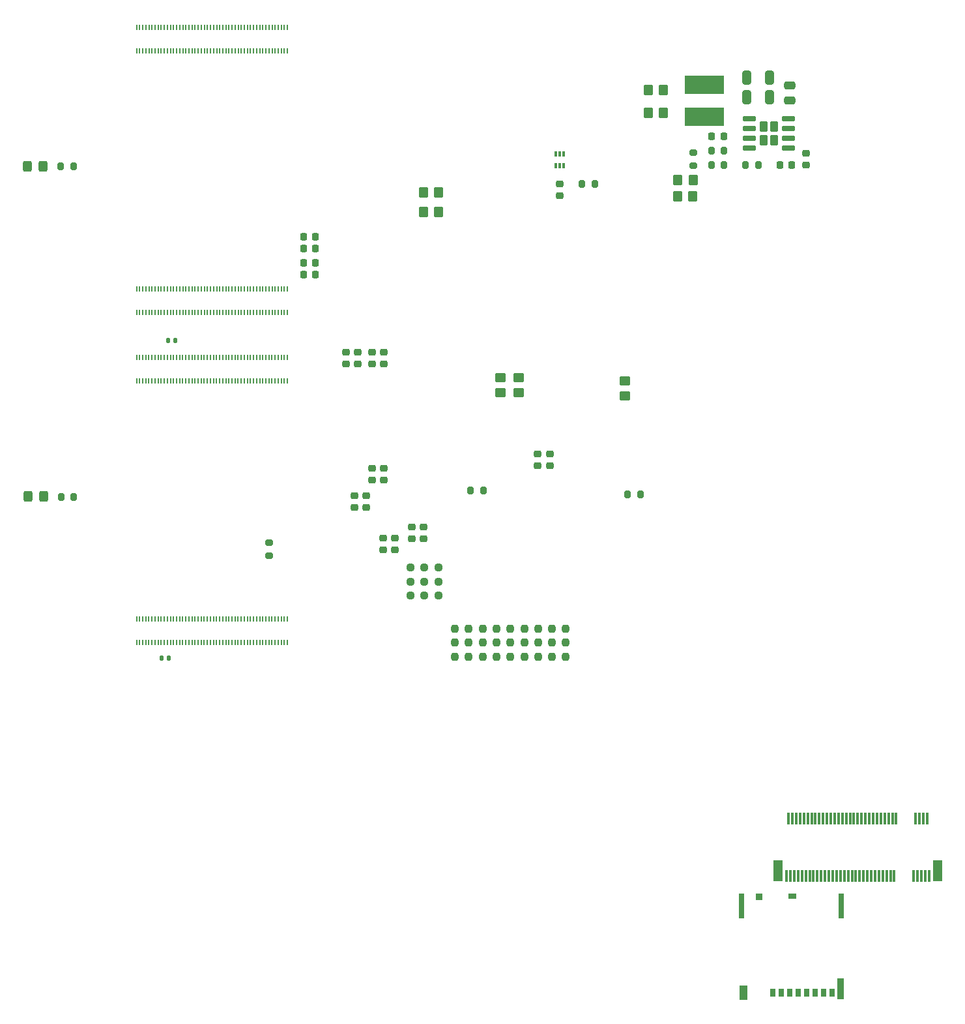
<source format=gbp>
%TF.GenerationSoftware,KiCad,Pcbnew,7.0.2-6a45011f42~172~ubuntu22.04.1*%
%TF.CreationDate,2023-04-24T13:24:36-07:00*%
%TF.ProjectId,Hepta-Pi_1.1,48657074-612d-4506-995f-312e312e6b69,2.1*%
%TF.SameCoordinates,PX37cf1c0PY1ad88f0*%
%TF.FileFunction,Paste,Bot*%
%TF.FilePolarity,Positive*%
%FSLAX46Y46*%
G04 Gerber Fmt 4.6, Leading zero omitted, Abs format (unit mm)*
G04 Created by KiCad (PCBNEW 7.0.2-6a45011f42~172~ubuntu22.04.1) date 2023-04-24 13:24:36*
%MOMM*%
%LPD*%
G01*
G04 APERTURE LIST*
G04 Aperture macros list*
%AMRoundRect*
0 Rectangle with rounded corners*
0 $1 Rounding radius*
0 $2 $3 $4 $5 $6 $7 $8 $9 X,Y pos of 4 corners*
0 Add a 4 corners polygon primitive as box body*
4,1,4,$2,$3,$4,$5,$6,$7,$8,$9,$2,$3,0*
0 Add four circle primitives for the rounded corners*
1,1,$1+$1,$2,$3*
1,1,$1+$1,$4,$5*
1,1,$1+$1,$6,$7*
1,1,$1+$1,$8,$9*
0 Add four rect primitives between the rounded corners*
20,1,$1+$1,$2,$3,$4,$5,0*
20,1,$1+$1,$4,$5,$6,$7,0*
20,1,$1+$1,$6,$7,$8,$9,0*
20,1,$1+$1,$8,$9,$2,$3,0*%
G04 Aperture macros list end*
%ADD10RoundRect,0.250000X-0.325000X-0.650000X0.325000X-0.650000X0.325000X0.650000X-0.325000X0.650000X0*%
%ADD11RoundRect,0.225000X-0.250000X0.225000X-0.250000X-0.225000X0.250000X-0.225000X0.250000X0.225000X0*%
%ADD12RoundRect,0.237500X-0.237500X0.250000X-0.237500X-0.250000X0.237500X-0.250000X0.237500X0.250000X0*%
%ADD13RoundRect,0.250000X-0.450000X0.350000X-0.450000X-0.350000X0.450000X-0.350000X0.450000X0.350000X0*%
%ADD14RoundRect,0.250000X-0.350000X-0.450000X0.350000X-0.450000X0.350000X0.450000X-0.350000X0.450000X0*%
%ADD15R,0.340000X0.700000*%
%ADD16RoundRect,0.250000X0.350000X0.450000X-0.350000X0.450000X-0.350000X-0.450000X0.350000X-0.450000X0*%
%ADD17RoundRect,0.250000X0.325000X0.450000X-0.325000X0.450000X-0.325000X-0.450000X0.325000X-0.450000X0*%
%ADD18RoundRect,0.237500X0.250000X0.237500X-0.250000X0.237500X-0.250000X-0.237500X0.250000X-0.237500X0*%
%ADD19RoundRect,0.225000X0.250000X-0.225000X0.250000X0.225000X-0.250000X0.225000X-0.250000X-0.225000X0*%
%ADD20RoundRect,0.140000X-0.140000X-0.170000X0.140000X-0.170000X0.140000X0.170000X-0.140000X0.170000X0*%
%ADD21RoundRect,0.200000X0.200000X0.275000X-0.200000X0.275000X-0.200000X-0.275000X0.200000X-0.275000X0*%
%ADD22RoundRect,0.250000X0.475000X-0.250000X0.475000X0.250000X-0.475000X0.250000X-0.475000X-0.250000X0*%
%ADD23R,0.700000X1.100000*%
%ADD24R,0.900000X0.930000*%
%ADD25R,1.050000X0.780000*%
%ADD26R,0.700000X3.330000*%
%ADD27R,1.140000X1.830000*%
%ADD28R,0.860000X2.800000*%
%ADD29RoundRect,0.225000X0.225000X0.250000X-0.225000X0.250000X-0.225000X-0.250000X0.225000X-0.250000X0*%
%ADD30R,0.200000X0.700000*%
%ADD31R,5.100000X2.350000*%
%ADD32RoundRect,0.250000X0.295000X0.435000X-0.295000X0.435000X-0.295000X-0.435000X0.295000X-0.435000X0*%
%ADD33RoundRect,0.150000X0.737500X0.150000X-0.737500X0.150000X-0.737500X-0.150000X0.737500X-0.150000X0*%
%ADD34RoundRect,0.200000X-0.200000X-0.275000X0.200000X-0.275000X0.200000X0.275000X-0.200000X0.275000X0*%
%ADD35R,0.300000X1.550000*%
%ADD36R,1.200000X2.750000*%
%ADD37RoundRect,0.225000X-0.225000X-0.250000X0.225000X-0.250000X0.225000X0.250000X-0.225000X0.250000X0*%
%ADD38RoundRect,0.200000X-0.275000X0.200000X-0.275000X-0.200000X0.275000X-0.200000X0.275000X0.200000X0*%
G04 APERTURE END LIST*
D10*
%TO.C,C135*%
X99490000Y-29155000D03*
X102440000Y-29155000D03*
%TD*%
D11*
%TO.C,C155*%
X57470000Y-87445000D03*
X57470000Y-88995000D03*
%TD*%
D12*
%TO.C,R127*%
X61540000Y-100657500D03*
X61540000Y-102482500D03*
%TD*%
D13*
%TO.C,R108*%
X69830000Y-68050000D03*
X69830000Y-70050000D03*
%TD*%
D14*
%TO.C,R106*%
X90490000Y-44560000D03*
X92490000Y-44560000D03*
%TD*%
D15*
%TO.C,U34*%
X74645000Y-39050000D03*
X75145000Y-39050000D03*
X75645000Y-39050000D03*
X75645000Y-40550000D03*
X75145000Y-40550000D03*
X74645000Y-40550000D03*
%TD*%
D14*
%TO.C,R104*%
X90500000Y-42420000D03*
X92500000Y-42420000D03*
%TD*%
D16*
%TO.C,R97*%
X88680000Y-30730000D03*
X86680000Y-30730000D03*
%TD*%
%TO.C,R107*%
X59470000Y-46520000D03*
X57470000Y-46520000D03*
%TD*%
%TO.C,R98*%
X88670000Y-33650000D03*
X86670000Y-33650000D03*
%TD*%
D17*
%TO.C,D13*%
X8132499Y-83490000D03*
X6082499Y-83490000D03*
%TD*%
D18*
%TO.C,R116*%
X57597500Y-94550000D03*
X55772500Y-94550000D03*
%TD*%
D12*
%TO.C,R123*%
X68760000Y-100657500D03*
X68760000Y-102482500D03*
%TD*%
D19*
%TO.C,C150*%
X47370002Y-66310000D03*
X47370002Y-64760000D03*
%TD*%
D18*
%TO.C,R117*%
X59422500Y-96350000D03*
X57597500Y-96350000D03*
%TD*%
D19*
%TO.C,C139*%
X107210000Y-40485000D03*
X107210000Y-38935000D03*
%TD*%
D20*
%TO.C,C146*%
X24260000Y-63270000D03*
X25220000Y-63270000D03*
%TD*%
D19*
%TO.C,C148*%
X50810001Y-66320000D03*
X50810001Y-64770000D03*
%TD*%
D12*
%TO.C,R119*%
X75970000Y-100657500D03*
X75970000Y-102482500D03*
%TD*%
D21*
%TO.C,R111*%
X12035000Y-83560000D03*
X10385000Y-83560000D03*
%TD*%
D22*
%TO.C,C136*%
X105060000Y-32045000D03*
X105060000Y-30145000D03*
%TD*%
D10*
%TO.C,C137*%
X99490000Y-31645000D03*
X102440000Y-31645000D03*
%TD*%
D13*
%TO.C,R110*%
X83670000Y-68450000D03*
X83670000Y-70450000D03*
%TD*%
D12*
%TO.C,R132*%
X68760000Y-102477500D03*
X68760000Y-104302500D03*
%TD*%
D23*
%TO.C,J30*%
X102900000Y-147905000D03*
X104000000Y-147905000D03*
X105100000Y-147905000D03*
X106200000Y-147905000D03*
X107300000Y-147905000D03*
X108400000Y-147905000D03*
X109500000Y-147905000D03*
X110600000Y-147905000D03*
D24*
X101110000Y-135440000D03*
D25*
X105375000Y-135365000D03*
D26*
X98800000Y-136640000D03*
D27*
X99020000Y-147890000D03*
D28*
X111680000Y-147405000D03*
D26*
X111760000Y-136640000D03*
%TD*%
D29*
%TO.C,C145*%
X43435000Y-54730000D03*
X41885000Y-54730000D03*
%TD*%
D30*
%TO.C,ZZ14*%
X39790000Y-102460000D03*
X39790000Y-99380000D03*
X39390000Y-102460000D03*
X39390000Y-99380000D03*
X38990000Y-102460000D03*
X38990000Y-99380000D03*
X38590000Y-102460000D03*
X38590000Y-99380000D03*
X38190000Y-102460000D03*
X38190000Y-99380000D03*
X37790000Y-102460000D03*
X37790000Y-99380000D03*
X37390000Y-102460000D03*
X37390000Y-99380000D03*
X36990000Y-102460000D03*
X36990000Y-99380000D03*
X36590000Y-102460000D03*
X36590000Y-99380000D03*
X36190000Y-102460000D03*
X36190000Y-99380000D03*
X35790000Y-102460000D03*
X35790000Y-99380000D03*
X35390000Y-102460000D03*
X35390000Y-99380000D03*
X34990000Y-102460000D03*
X34990000Y-99380000D03*
X34590000Y-102460000D03*
X34590000Y-99380000D03*
X34190000Y-102460000D03*
X34190000Y-99380000D03*
X33790000Y-102460000D03*
X33790000Y-99380000D03*
X33390000Y-102460000D03*
X33390000Y-99380000D03*
X32990000Y-102460000D03*
X32990000Y-99380000D03*
X32590000Y-102460000D03*
X32590000Y-99380000D03*
X32190000Y-102460000D03*
X32190000Y-99380000D03*
X31790000Y-102460000D03*
X31790000Y-99380000D03*
X31390000Y-102460000D03*
X31390000Y-99380000D03*
X30990000Y-102460000D03*
X30990000Y-99380000D03*
X30590000Y-102460000D03*
X30590000Y-99380000D03*
X30190000Y-102460000D03*
X30190000Y-99380000D03*
X29790000Y-102460000D03*
X29790000Y-99380000D03*
X29390000Y-102460000D03*
X29390000Y-99380000D03*
X28990000Y-102460000D03*
X28990000Y-99380000D03*
X28590000Y-102460000D03*
X28590000Y-99380000D03*
X28190000Y-102460000D03*
X28190000Y-99380000D03*
X27790000Y-102460000D03*
X27790000Y-99380000D03*
X27390000Y-102460000D03*
X27390000Y-99380000D03*
X26990000Y-102460000D03*
X26990000Y-99380000D03*
X26590000Y-102460000D03*
X26590000Y-99380000D03*
X26190000Y-102460000D03*
X26190000Y-99380000D03*
X25790000Y-102460000D03*
X25790000Y-99380000D03*
X25390000Y-102460000D03*
X25390000Y-99380000D03*
X24990000Y-102460000D03*
X24990000Y-99380000D03*
X24590000Y-102460000D03*
X24590000Y-99380000D03*
X24190000Y-102460000D03*
X24190000Y-99380000D03*
X23790000Y-102460000D03*
X23790000Y-99380000D03*
X23390000Y-102460000D03*
X23390000Y-99380000D03*
X22990000Y-102460000D03*
X22990000Y-99380000D03*
X22590000Y-102460000D03*
X22590000Y-99380000D03*
X22190000Y-102460000D03*
X22190000Y-99380000D03*
X21790000Y-102460000D03*
X21790000Y-99380000D03*
X21390000Y-102460000D03*
X21390000Y-99380000D03*
X20990000Y-102460000D03*
X20990000Y-99380000D03*
X20590000Y-102460000D03*
X20590000Y-99380000D03*
X20190000Y-102460000D03*
X20190000Y-99380000D03*
%TD*%
D11*
%TO.C,C152*%
X50780000Y-79835000D03*
X50780000Y-81385000D03*
%TD*%
D12*
%TO.C,R134*%
X65155000Y-102477500D03*
X65155000Y-104302500D03*
%TD*%
D30*
%TO.C,ZZ12*%
X39800000Y-59610000D03*
X39800000Y-56530000D03*
X39400000Y-59610000D03*
X39400000Y-56530000D03*
X39000000Y-59610000D03*
X39000000Y-56530000D03*
X38600000Y-59610000D03*
X38600000Y-56530000D03*
X38200000Y-59610000D03*
X38200000Y-56530000D03*
X37800000Y-59610000D03*
X37800000Y-56530000D03*
X37400000Y-59610000D03*
X37400000Y-56530000D03*
X37000000Y-59610000D03*
X37000000Y-56530000D03*
X36600000Y-59610000D03*
X36600000Y-56530000D03*
X36200000Y-59610000D03*
X36200000Y-56530000D03*
X35800000Y-59610000D03*
X35800000Y-56530000D03*
X35400000Y-59610000D03*
X35400000Y-56530000D03*
X35000000Y-59610000D03*
X35000000Y-56530000D03*
X34600000Y-59610000D03*
X34600000Y-56530000D03*
X34200000Y-59610000D03*
X34200000Y-56530000D03*
X33800000Y-59610000D03*
X33800000Y-56530000D03*
X33400000Y-59610000D03*
X33400000Y-56530000D03*
X33000000Y-59610000D03*
X33000000Y-56530000D03*
X32600000Y-59610000D03*
X32600000Y-56530000D03*
X32200000Y-59610000D03*
X32200000Y-56530000D03*
X31800000Y-59610000D03*
X31800000Y-56530000D03*
X31400000Y-59610000D03*
X31400000Y-56530000D03*
X31000000Y-59610000D03*
X31000000Y-56530000D03*
X30600000Y-59610000D03*
X30600000Y-56530000D03*
X30200000Y-59610000D03*
X30200000Y-56530000D03*
X29800000Y-59610000D03*
X29800000Y-56530000D03*
X29400000Y-59610000D03*
X29400000Y-56530000D03*
X29000000Y-59610000D03*
X29000000Y-56530000D03*
X28600000Y-59610000D03*
X28600000Y-56530000D03*
X28200000Y-59610000D03*
X28200000Y-56530000D03*
X27800000Y-59610000D03*
X27800000Y-56530000D03*
X27400000Y-59610000D03*
X27400000Y-56530000D03*
X27000000Y-59610000D03*
X27000000Y-56530000D03*
X26600000Y-59610000D03*
X26600000Y-56530000D03*
X26200000Y-59610000D03*
X26200000Y-56530000D03*
X25800000Y-59610000D03*
X25800000Y-56530000D03*
X25400000Y-59610000D03*
X25400000Y-56530000D03*
X25000000Y-59610000D03*
X25000000Y-56530000D03*
X24600000Y-59610000D03*
X24600000Y-56530000D03*
X24200000Y-59610000D03*
X24200000Y-56530000D03*
X23800000Y-59610000D03*
X23800000Y-56530000D03*
X23400000Y-59610000D03*
X23400000Y-56530000D03*
X23000000Y-59610000D03*
X23000000Y-56530000D03*
X22600000Y-59610000D03*
X22600000Y-56530000D03*
X22200000Y-59610000D03*
X22200000Y-56530000D03*
X21800000Y-59610000D03*
X21800000Y-56530000D03*
X21400000Y-59610000D03*
X21400000Y-56530000D03*
X21000000Y-59610000D03*
X21000000Y-56530000D03*
X20600000Y-59610000D03*
X20600000Y-56530000D03*
X20200000Y-59610000D03*
X20200000Y-56530000D03*
%TD*%
D11*
%TO.C,C151*%
X52309999Y-79835000D03*
X52309999Y-81385000D03*
%TD*%
D12*
%TO.C,R120*%
X74167500Y-100657500D03*
X74167500Y-102482500D03*
%TD*%
D13*
%TO.C,R109*%
X67450000Y-68050000D03*
X67450000Y-70050000D03*
%TD*%
D21*
%TO.C,R103*%
X12008097Y-40610000D03*
X10358097Y-40610000D03*
%TD*%
D12*
%TO.C,R124*%
X66957500Y-100657500D03*
X66957500Y-102482500D03*
%TD*%
D31*
%TO.C,L5*%
X93950000Y-34215000D03*
X93950000Y-30065000D03*
%TD*%
D12*
%TO.C,R122*%
X70562500Y-100657500D03*
X70562500Y-102482500D03*
%TD*%
%TO.C,R136*%
X61540000Y-102477500D03*
X61540000Y-104302500D03*
%TD*%
D29*
%TO.C,C142*%
X43435000Y-49800001D03*
X41885000Y-49800001D03*
%TD*%
D11*
%TO.C,C156*%
X55940001Y-87445000D03*
X55940001Y-88995000D03*
%TD*%
D12*
%TO.C,R135*%
X63360001Y-102477500D03*
X63360001Y-104302500D03*
%TD*%
D29*
%TO.C,C144*%
X43435000Y-53190000D03*
X41885000Y-53190000D03*
%TD*%
D21*
%TO.C,FB1*%
X79735000Y-42930000D03*
X78085000Y-42930000D03*
%TD*%
D32*
%TO.C,U33*%
X103040000Y-37205000D03*
X103040000Y-35505000D03*
X101680000Y-37205000D03*
X101680000Y-35505000D03*
D33*
X104922500Y-34450000D03*
X104922500Y-35720000D03*
X104922500Y-36990000D03*
X104922500Y-38260000D03*
X99797500Y-38260000D03*
X99797500Y-36990000D03*
X99797500Y-35720000D03*
X99797500Y-34450000D03*
%TD*%
D21*
%TO.C,R99*%
X96530000Y-38615000D03*
X94880000Y-38615000D03*
%TD*%
D18*
%TO.C,R114*%
X57597500Y-92690000D03*
X55772500Y-92690000D03*
%TD*%
D12*
%TO.C,R125*%
X65155000Y-100657500D03*
X65155000Y-102482500D03*
%TD*%
D11*
%TO.C,C158*%
X52220000Y-88855000D03*
X52220000Y-90405000D03*
%TD*%
%TO.C,C141*%
X75140000Y-42905000D03*
X75140000Y-44455000D03*
%TD*%
D34*
%TO.C,R101*%
X99320000Y-40465000D03*
X100970000Y-40465000D03*
%TD*%
D20*
%TO.C,C159*%
X23420000Y-104450000D03*
X24380000Y-104450000D03*
%TD*%
D30*
%TO.C,ZZ13*%
X39790000Y-68500000D03*
X39790000Y-65420000D03*
X39390000Y-68500000D03*
X39390000Y-65420000D03*
X38990000Y-68500000D03*
X38990000Y-65420000D03*
X38590000Y-68500000D03*
X38590000Y-65420000D03*
X38190000Y-68500000D03*
X38190000Y-65420000D03*
X37790000Y-68500000D03*
X37790000Y-65420000D03*
X37390000Y-68500000D03*
X37390000Y-65420000D03*
X36990000Y-68500000D03*
X36990000Y-65420000D03*
X36590000Y-68500000D03*
X36590000Y-65420000D03*
X36190000Y-68500000D03*
X36190000Y-65420000D03*
X35790000Y-68500000D03*
X35790000Y-65420000D03*
X35390000Y-68500000D03*
X35390000Y-65420000D03*
X34990000Y-68500000D03*
X34990000Y-65420000D03*
X34590000Y-68500000D03*
X34590000Y-65420000D03*
X34190000Y-68500000D03*
X34190000Y-65420000D03*
X33790000Y-68500000D03*
X33790000Y-65420000D03*
X33390000Y-68500000D03*
X33390000Y-65420000D03*
X32990000Y-68500000D03*
X32990000Y-65420000D03*
X32590000Y-68500000D03*
X32590000Y-65420000D03*
X32190000Y-68500000D03*
X32190000Y-65420000D03*
X31790000Y-68500000D03*
X31790000Y-65420000D03*
X31390000Y-68500000D03*
X31390000Y-65420000D03*
X30990000Y-68500000D03*
X30990000Y-65420000D03*
X30590000Y-68500000D03*
X30590000Y-65420000D03*
X30190000Y-68500000D03*
X30190000Y-65420000D03*
X29790000Y-68500000D03*
X29790000Y-65420000D03*
X29390000Y-68500000D03*
X29390000Y-65420000D03*
X28990000Y-68500000D03*
X28990000Y-65420000D03*
X28590000Y-68500000D03*
X28590000Y-65420000D03*
X28190000Y-68500000D03*
X28190000Y-65420000D03*
X27790000Y-68500000D03*
X27790000Y-65420000D03*
X27390000Y-68500000D03*
X27390000Y-65420000D03*
X26990000Y-68500000D03*
X26990000Y-65420000D03*
X26590000Y-68500000D03*
X26590000Y-65420000D03*
X26190000Y-68500000D03*
X26190000Y-65420000D03*
X25790000Y-68500000D03*
X25790000Y-65420000D03*
X25390000Y-68500000D03*
X25390000Y-65420000D03*
X24990000Y-68500000D03*
X24990000Y-65420000D03*
X24590000Y-68500000D03*
X24590000Y-65420000D03*
X24190000Y-68500000D03*
X24190000Y-65420000D03*
X23790000Y-68500000D03*
X23790000Y-65420000D03*
X23390000Y-68500000D03*
X23390000Y-65420000D03*
X22990000Y-68500000D03*
X22990000Y-65420000D03*
X22590000Y-68500000D03*
X22590000Y-65420000D03*
X22190000Y-68500000D03*
X22190000Y-65420000D03*
X21790000Y-68500000D03*
X21790000Y-65420000D03*
X21390000Y-68500000D03*
X21390000Y-65420000D03*
X20990000Y-68500000D03*
X20990000Y-65420000D03*
X20590000Y-68500000D03*
X20590000Y-65420000D03*
X20190000Y-68500000D03*
X20190000Y-65420000D03*
%TD*%
D12*
%TO.C,R121*%
X72365000Y-100657500D03*
X72365000Y-102482500D03*
%TD*%
D18*
%TO.C,R118*%
X57597500Y-96350000D03*
X55772500Y-96350000D03*
%TD*%
D12*
%TO.C,R126*%
X63360000Y-100657500D03*
X63360000Y-102482500D03*
%TD*%
D19*
%TO.C,C149*%
X48900001Y-66310000D03*
X48900001Y-64760000D03*
%TD*%
D29*
%TO.C,C143*%
X43435000Y-51330000D03*
X41885000Y-51330000D03*
%TD*%
D30*
%TO.C,ZZ11*%
X39800000Y-25650000D03*
X39800000Y-22570000D03*
X39400000Y-25650000D03*
X39400000Y-22570000D03*
X39000000Y-25650000D03*
X39000000Y-22570000D03*
X38600000Y-25650000D03*
X38600000Y-22570000D03*
X38200000Y-25650000D03*
X38200000Y-22570000D03*
X37800000Y-25650000D03*
X37800000Y-22570000D03*
X37400000Y-25650000D03*
X37400000Y-22570000D03*
X37000000Y-25650000D03*
X37000000Y-22570000D03*
X36600000Y-25650000D03*
X36600000Y-22570000D03*
X36200000Y-25650000D03*
X36200000Y-22570000D03*
X35800000Y-25650000D03*
X35800000Y-22570000D03*
X35400000Y-25650000D03*
X35400000Y-22570000D03*
X35000000Y-25650000D03*
X35000000Y-22570000D03*
X34600000Y-25650000D03*
X34600000Y-22570000D03*
X34200000Y-25650000D03*
X34200000Y-22570000D03*
X33800000Y-25650000D03*
X33800000Y-22570000D03*
X33400000Y-25650000D03*
X33400000Y-22570000D03*
X33000000Y-25650000D03*
X33000000Y-22570000D03*
X32600000Y-25650000D03*
X32600000Y-22570000D03*
X32200000Y-25650000D03*
X32200000Y-22570000D03*
X31800000Y-25650000D03*
X31800000Y-22570000D03*
X31400000Y-25650000D03*
X31400000Y-22570000D03*
X31000000Y-25650000D03*
X31000000Y-22570000D03*
X30600000Y-25650000D03*
X30600000Y-22570000D03*
X30200000Y-25650000D03*
X30200000Y-22570000D03*
X29800000Y-25650000D03*
X29800000Y-22570000D03*
X29400000Y-25650000D03*
X29400000Y-22570000D03*
X29000000Y-25650000D03*
X29000000Y-22570000D03*
X28600000Y-25650000D03*
X28600000Y-22570000D03*
X28200000Y-25650000D03*
X28200000Y-22570000D03*
X27800000Y-25650000D03*
X27800000Y-22570000D03*
X27400000Y-25650000D03*
X27400000Y-22570000D03*
X27000000Y-25650000D03*
X27000000Y-22570000D03*
X26600000Y-25650000D03*
X26600000Y-22570000D03*
X26200000Y-25650000D03*
X26200000Y-22570000D03*
X25800000Y-25650000D03*
X25800000Y-22570000D03*
X25400000Y-25650000D03*
X25400000Y-22570000D03*
X25000000Y-25650000D03*
X25000000Y-22570000D03*
X24600000Y-25650000D03*
X24600000Y-22570000D03*
X24200000Y-25650000D03*
X24200000Y-22570000D03*
X23800000Y-25650000D03*
X23800000Y-22570000D03*
X23400000Y-25650000D03*
X23400000Y-22570000D03*
X23000000Y-25650000D03*
X23000000Y-22570000D03*
X22600000Y-25650000D03*
X22600000Y-22570000D03*
X22200000Y-25650000D03*
X22200000Y-22570000D03*
X21800000Y-25650000D03*
X21800000Y-22570000D03*
X21400000Y-25650000D03*
X21400000Y-22570000D03*
X21000000Y-25650000D03*
X21000000Y-22570000D03*
X20600000Y-25650000D03*
X20600000Y-22570000D03*
X20200000Y-25650000D03*
X20200000Y-22570000D03*
%TD*%
D35*
%TO.C,J29*%
X104650000Y-132785000D03*
X104900000Y-125335000D03*
X105150000Y-132785000D03*
X105400000Y-125335000D03*
X105650000Y-132785000D03*
X105900000Y-125335000D03*
X106150000Y-132785000D03*
X106400000Y-125335000D03*
X106650000Y-132785000D03*
X106900000Y-125335000D03*
X107150000Y-132785000D03*
X107400000Y-125335000D03*
X107650000Y-132785000D03*
X107900000Y-125335000D03*
X108150000Y-132785000D03*
X108400000Y-125335000D03*
X108650000Y-132785000D03*
X108900000Y-125335000D03*
X109150000Y-132785000D03*
X109400000Y-125335000D03*
X109650000Y-132785000D03*
X109900000Y-125335000D03*
X110150000Y-132785000D03*
X110400000Y-125335000D03*
X110650000Y-132785000D03*
X110900000Y-125335000D03*
X111150000Y-132785000D03*
X111400000Y-125335000D03*
X111650000Y-132785000D03*
X111900000Y-125335000D03*
X112150000Y-132785000D03*
X112400000Y-125335000D03*
X112650000Y-132785000D03*
X112900000Y-125335000D03*
X113150000Y-132785000D03*
X113400000Y-125335000D03*
X113650000Y-132785000D03*
X113900000Y-125335000D03*
X114150000Y-132785000D03*
X114400000Y-125335000D03*
X114650000Y-132785000D03*
X114900000Y-125335000D03*
X115150000Y-132785000D03*
X115400000Y-125335000D03*
X115650000Y-132785000D03*
X115900000Y-125335000D03*
X116150000Y-132785000D03*
X116400000Y-125335000D03*
X116650000Y-132785000D03*
X116900000Y-125335000D03*
X117150000Y-132785000D03*
X117400000Y-125335000D03*
X117650000Y-132785000D03*
X117900000Y-125335000D03*
X118150000Y-132785000D03*
X118400000Y-125335000D03*
X118650000Y-132785000D03*
X118900000Y-125335000D03*
X121150000Y-132785000D03*
X121400000Y-125335000D03*
X121650000Y-132785000D03*
X121900000Y-125335000D03*
X122150000Y-132785000D03*
X122400000Y-125335000D03*
X122650000Y-132785000D03*
X122900000Y-125335000D03*
X123150000Y-132785000D03*
D36*
X103550000Y-132060000D03*
X124250000Y-132060000D03*
%TD*%
D19*
%TO.C,C147*%
X52340000Y-66320000D03*
X52340000Y-64770000D03*
%TD*%
%TO.C,C161*%
X73900000Y-79525000D03*
X73900000Y-77975000D03*
%TD*%
D11*
%TO.C,C157*%
X53750000Y-88854999D03*
X53750000Y-90404999D03*
%TD*%
D34*
%TO.C,FB2*%
X84005000Y-83250000D03*
X85655000Y-83250000D03*
%TD*%
D12*
%TO.C,R128*%
X75970000Y-102477500D03*
X75970000Y-104302500D03*
%TD*%
D37*
%TO.C,C138*%
X94930000Y-36765000D03*
X96480000Y-36765000D03*
%TD*%
D12*
%TO.C,R131*%
X70562500Y-102477500D03*
X70562500Y-104302500D03*
%TD*%
D17*
%TO.C,D12*%
X8058094Y-40610000D03*
X6008094Y-40610000D03*
%TD*%
D11*
%TO.C,C153*%
X50010000Y-83360000D03*
X50010000Y-84910000D03*
%TD*%
D19*
%TO.C,C160*%
X72330000Y-79525000D03*
X72330000Y-77975000D03*
%TD*%
D38*
%TO.C,R112*%
X37430000Y-89525000D03*
X37430000Y-91175000D03*
%TD*%
D18*
%TO.C,R113*%
X59422500Y-92690000D03*
X57597500Y-92690000D03*
%TD*%
D29*
%TO.C,C140*%
X105355000Y-40465000D03*
X103805000Y-40465000D03*
%TD*%
D34*
%TO.C,R102*%
X94870000Y-40455000D03*
X96520000Y-40455000D03*
%TD*%
D21*
%TO.C,FB3*%
X65255000Y-82700000D03*
X63605000Y-82700000D03*
%TD*%
D11*
%TO.C,C154*%
X48480000Y-83360000D03*
X48480000Y-84910000D03*
%TD*%
D12*
%TO.C,R133*%
X66957500Y-102477500D03*
X66957500Y-104302500D03*
%TD*%
D38*
%TO.C,R100*%
X92520000Y-38880000D03*
X92520000Y-40530000D03*
%TD*%
D12*
%TO.C,R130*%
X72365000Y-102477500D03*
X72365000Y-104302500D03*
%TD*%
%TO.C,R129*%
X74167500Y-102477500D03*
X74167500Y-104302500D03*
%TD*%
D30*
%TO.C,Module6*%
X39790000Y-102440000D03*
X39790000Y-99360000D03*
X39390000Y-102440000D03*
X39390000Y-99360000D03*
X38990000Y-102440000D03*
X38990000Y-99360000D03*
X38590000Y-102440000D03*
X38590000Y-99360000D03*
X38190000Y-102440000D03*
X38190000Y-99360000D03*
X37790000Y-102440000D03*
X37790000Y-99360000D03*
X37390000Y-102440000D03*
X37390000Y-99360000D03*
X36990000Y-102440000D03*
X36990000Y-99360000D03*
X36590000Y-102440000D03*
X36590000Y-99360000D03*
X36190000Y-102440000D03*
X36190000Y-99360000D03*
X35790000Y-102440000D03*
X35790000Y-99360000D03*
X35390000Y-102440000D03*
X35390000Y-99360000D03*
X34990000Y-102440000D03*
X34990000Y-99360000D03*
X34590000Y-102440000D03*
X34590000Y-99360000D03*
X34190000Y-102440000D03*
X34190000Y-99360000D03*
X33790000Y-102440000D03*
X33790000Y-99360000D03*
X33390000Y-102440000D03*
X33390000Y-99360000D03*
X32990000Y-102440000D03*
X32990000Y-99360000D03*
X32590000Y-102440000D03*
X32590000Y-99360000D03*
X32190000Y-102440000D03*
X32190000Y-99360000D03*
X31790000Y-102440000D03*
X31790000Y-99360000D03*
X31390000Y-102440000D03*
X31390000Y-99360000D03*
X30990000Y-102440000D03*
X30990000Y-99360000D03*
X30590000Y-102440000D03*
X30590000Y-99360000D03*
X30190000Y-102440000D03*
X30190000Y-99360000D03*
X29790000Y-102440000D03*
X29790000Y-99360000D03*
X29390000Y-102440000D03*
X29390000Y-99360000D03*
X28990000Y-102440000D03*
X28990000Y-99360000D03*
X28590000Y-102440000D03*
X28590000Y-99360000D03*
X28190000Y-102440000D03*
X28190000Y-99360000D03*
X27790000Y-102440000D03*
X27790000Y-99360000D03*
X27390000Y-102440000D03*
X27390000Y-99360000D03*
X26990000Y-102440000D03*
X26990000Y-99360000D03*
X26590000Y-102440000D03*
X26590000Y-99360000D03*
X26190000Y-102440000D03*
X26190000Y-99360000D03*
X25790000Y-102440000D03*
X25790000Y-99360000D03*
X25390000Y-102440000D03*
X25390000Y-99360000D03*
X24990000Y-102440000D03*
X24990000Y-99360000D03*
X24590000Y-102440000D03*
X24590000Y-99360000D03*
X24190000Y-102440000D03*
X24190000Y-99360000D03*
X23790000Y-102440000D03*
X23790000Y-99360000D03*
X23390000Y-102440000D03*
X23390000Y-99360000D03*
X22990000Y-102440000D03*
X22990000Y-99360000D03*
X22590000Y-102440000D03*
X22590000Y-99360000D03*
X22190000Y-102440000D03*
X22190000Y-99360000D03*
X21790000Y-102440000D03*
X21790000Y-99360000D03*
X21390000Y-102440000D03*
X21390000Y-99360000D03*
X20990000Y-102440000D03*
X20990000Y-99360000D03*
X20590000Y-102440000D03*
X20590000Y-99360000D03*
X20190000Y-102440000D03*
X20190000Y-99360000D03*
X39790000Y-68520000D03*
X39790000Y-65440000D03*
X39390000Y-68520000D03*
X39390000Y-65440000D03*
X38990000Y-68520000D03*
X38990000Y-65440000D03*
X38590000Y-68520000D03*
X38590000Y-65440000D03*
X38190000Y-68520000D03*
X38190000Y-65440000D03*
X37790000Y-68520000D03*
X37790000Y-65440000D03*
X37390000Y-68520000D03*
X37390000Y-65440000D03*
X36990000Y-68520000D03*
X36990000Y-65440000D03*
X36590000Y-68520000D03*
X36590000Y-65440000D03*
X36190000Y-68520000D03*
X36190000Y-65440000D03*
X35790000Y-68520000D03*
X35790000Y-65440000D03*
X35390000Y-68520000D03*
X35390000Y-65440000D03*
X34990000Y-68520000D03*
X34990000Y-65440000D03*
X34590000Y-68520000D03*
X34590000Y-65440000D03*
X34190000Y-68520000D03*
X34190000Y-65440000D03*
X33790000Y-68520000D03*
X33790000Y-65440000D03*
X33390000Y-68520000D03*
X33390000Y-65440000D03*
X32990000Y-68520000D03*
X32990000Y-65440000D03*
X32590000Y-68520000D03*
X32590000Y-65440000D03*
X32190000Y-68520000D03*
X32190000Y-65440000D03*
X31790000Y-68520000D03*
X31790000Y-65440000D03*
X31390000Y-68520000D03*
X31390000Y-65440000D03*
X30990000Y-68520000D03*
X30990000Y-65440000D03*
X30590000Y-68520000D03*
X30590000Y-65440000D03*
X30190000Y-68520000D03*
X30190000Y-65440000D03*
X29790000Y-68520000D03*
X29790000Y-65440000D03*
X29390000Y-68520000D03*
X29390000Y-65440000D03*
X28990000Y-68520000D03*
X28990000Y-65440000D03*
X28590000Y-68520000D03*
X28590000Y-65440000D03*
X28190000Y-68520000D03*
X28190000Y-65440000D03*
X27790000Y-68520000D03*
X27790000Y-65440000D03*
X27390000Y-68520000D03*
X27390000Y-65440000D03*
X26990000Y-68520000D03*
X26990000Y-65440000D03*
X26590000Y-68520000D03*
X26590000Y-65440000D03*
X26190000Y-68520000D03*
X26190000Y-65440000D03*
X25790000Y-68520000D03*
X25790000Y-65440000D03*
X25390000Y-68520000D03*
X25390000Y-65440000D03*
X24990000Y-68520000D03*
X24990000Y-65440000D03*
X24590000Y-68520000D03*
X24590000Y-65440000D03*
X24190000Y-68520000D03*
X24190000Y-65440000D03*
X23790000Y-68520000D03*
X23790000Y-65440000D03*
X23390000Y-68520000D03*
X23390000Y-65440000D03*
X22990000Y-68520000D03*
X22990000Y-65440000D03*
X22590000Y-68520000D03*
X22590000Y-65440000D03*
X22190000Y-68520000D03*
X22190000Y-65440000D03*
X21790000Y-68520000D03*
X21790000Y-65440000D03*
X21390000Y-68520000D03*
X21390000Y-65440000D03*
X20990000Y-68520000D03*
X20990000Y-65440000D03*
X20590000Y-68520000D03*
X20590000Y-65440000D03*
X20190000Y-68520000D03*
X20190000Y-65440000D03*
%TD*%
D16*
%TO.C,R105*%
X59470000Y-44020000D03*
X57470000Y-44020000D03*
%TD*%
D30*
%TO.C,Module5*%
X39800000Y-59590000D03*
X39800000Y-56510000D03*
X39400000Y-59590000D03*
X39400000Y-56510000D03*
X39000000Y-59590000D03*
X39000000Y-56510000D03*
X38600000Y-59590000D03*
X38600000Y-56510000D03*
X38200000Y-59590000D03*
X38200000Y-56510000D03*
X37800000Y-59590000D03*
X37800000Y-56510000D03*
X37400000Y-59590000D03*
X37400000Y-56510000D03*
X37000000Y-59590000D03*
X37000000Y-56510000D03*
X36600000Y-59590000D03*
X36600000Y-56510000D03*
X36200000Y-59590000D03*
X36200000Y-56510000D03*
X35800000Y-59590000D03*
X35800000Y-56510000D03*
X35400000Y-59590000D03*
X35400000Y-56510000D03*
X35000000Y-59590000D03*
X35000000Y-56510000D03*
X34600000Y-59590000D03*
X34600000Y-56510000D03*
X34200000Y-59590000D03*
X34200000Y-56510000D03*
X33800000Y-59590000D03*
X33800000Y-56510000D03*
X33400000Y-59590000D03*
X33400000Y-56510000D03*
X33000000Y-59590000D03*
X33000000Y-56510000D03*
X32600000Y-59590000D03*
X32600000Y-56510000D03*
X32200000Y-59590000D03*
X32200000Y-56510000D03*
X31800000Y-59590000D03*
X31800000Y-56510000D03*
X31400000Y-59590000D03*
X31400000Y-56510000D03*
X31000000Y-59590000D03*
X31000000Y-56510000D03*
X30600000Y-59590000D03*
X30600000Y-56510000D03*
X30200000Y-59590000D03*
X30200000Y-56510000D03*
X29800000Y-59590000D03*
X29800000Y-56510000D03*
X29400000Y-59590000D03*
X29400000Y-56510000D03*
X29000000Y-59590000D03*
X29000000Y-56510000D03*
X28600000Y-59590000D03*
X28600000Y-56510000D03*
X28200000Y-59590000D03*
X28200000Y-56510000D03*
X27800000Y-59590000D03*
X27800000Y-56510000D03*
X27400000Y-59590000D03*
X27400000Y-56510000D03*
X27000000Y-59590000D03*
X27000000Y-56510000D03*
X26600000Y-59590000D03*
X26600000Y-56510000D03*
X26200000Y-59590000D03*
X26200000Y-56510000D03*
X25800000Y-59590000D03*
X25800000Y-56510000D03*
X25400000Y-59590000D03*
X25400000Y-56510000D03*
X25000000Y-59590000D03*
X25000000Y-56510000D03*
X24600000Y-59590000D03*
X24600000Y-56510000D03*
X24200000Y-59590000D03*
X24200000Y-56510000D03*
X23800000Y-59590000D03*
X23800000Y-56510000D03*
X23400000Y-59590000D03*
X23400000Y-56510000D03*
X23000000Y-59590000D03*
X23000000Y-56510000D03*
X22600000Y-59590000D03*
X22600000Y-56510000D03*
X22200000Y-59590000D03*
X22200000Y-56510000D03*
X21800000Y-59590000D03*
X21800000Y-56510000D03*
X21400000Y-59590000D03*
X21400000Y-56510000D03*
X21000000Y-59590000D03*
X21000000Y-56510000D03*
X20600000Y-59590000D03*
X20600000Y-56510000D03*
X20200000Y-59590000D03*
X20200000Y-56510000D03*
X39800000Y-25670000D03*
X39800000Y-22590000D03*
X39400000Y-25670000D03*
X39400000Y-22590000D03*
X39000000Y-25670000D03*
X39000000Y-22590000D03*
X38600000Y-25670000D03*
X38600000Y-22590000D03*
X38200000Y-25670000D03*
X38200000Y-22590000D03*
X37800000Y-25670000D03*
X37800000Y-22590000D03*
X37400000Y-25670000D03*
X37400000Y-22590000D03*
X37000000Y-25670000D03*
X37000000Y-22590000D03*
X36600000Y-25670000D03*
X36600000Y-22590000D03*
X36200000Y-25670000D03*
X36200000Y-22590000D03*
X35800000Y-25670000D03*
X35800000Y-22590000D03*
X35400000Y-25670000D03*
X35400000Y-22590000D03*
X35000000Y-25670000D03*
X35000000Y-22590000D03*
X34600000Y-25670000D03*
X34600000Y-22590000D03*
X34200000Y-25670000D03*
X34200000Y-22590000D03*
X33800000Y-25670000D03*
X33800000Y-22590000D03*
X33400000Y-25670000D03*
X33400000Y-22590000D03*
X33000000Y-25670000D03*
X33000000Y-22590000D03*
X32600000Y-25670000D03*
X32600000Y-22590000D03*
X32200000Y-25670000D03*
X32200000Y-22590000D03*
X31800000Y-25670000D03*
X31800000Y-22590000D03*
X31400000Y-25670000D03*
X31400000Y-22590000D03*
X31000000Y-25670000D03*
X31000000Y-22590000D03*
X30600000Y-25670000D03*
X30600000Y-22590000D03*
X30200000Y-25670000D03*
X30200000Y-22590000D03*
X29800000Y-25670000D03*
X29800000Y-22590000D03*
X29400000Y-25670000D03*
X29400000Y-22590000D03*
X29000000Y-25670000D03*
X29000000Y-22590000D03*
X28600000Y-25670000D03*
X28600000Y-22590000D03*
X28200000Y-25670000D03*
X28200000Y-22590000D03*
X27800000Y-25670000D03*
X27800000Y-22590000D03*
X27400000Y-25670000D03*
X27400000Y-22590000D03*
X27000000Y-25670000D03*
X27000000Y-22590000D03*
X26600000Y-25670000D03*
X26600000Y-22590000D03*
X26200000Y-25670000D03*
X26200000Y-22590000D03*
X25800000Y-25670000D03*
X25800000Y-22590000D03*
X25400000Y-25670000D03*
X25400000Y-22590000D03*
X25000000Y-25670000D03*
X25000000Y-22590000D03*
X24600000Y-25670000D03*
X24600000Y-22590000D03*
X24200000Y-25670000D03*
X24200000Y-22590000D03*
X23800000Y-25670000D03*
X23800000Y-22590000D03*
X23400000Y-25670000D03*
X23400000Y-22590000D03*
X23000000Y-25670000D03*
X23000000Y-22590000D03*
X22600000Y-25670000D03*
X22600000Y-22590000D03*
X22200000Y-25670000D03*
X22200000Y-22590000D03*
X21800000Y-25670000D03*
X21800000Y-22590000D03*
X21400000Y-25670000D03*
X21400000Y-22590000D03*
X21000000Y-25670000D03*
X21000000Y-22590000D03*
X20600000Y-25670000D03*
X20600000Y-22590000D03*
X20200000Y-25670000D03*
X20200000Y-22590000D03*
%TD*%
D18*
%TO.C,R115*%
X59422500Y-94550000D03*
X57597500Y-94550000D03*
%TD*%
M02*

</source>
